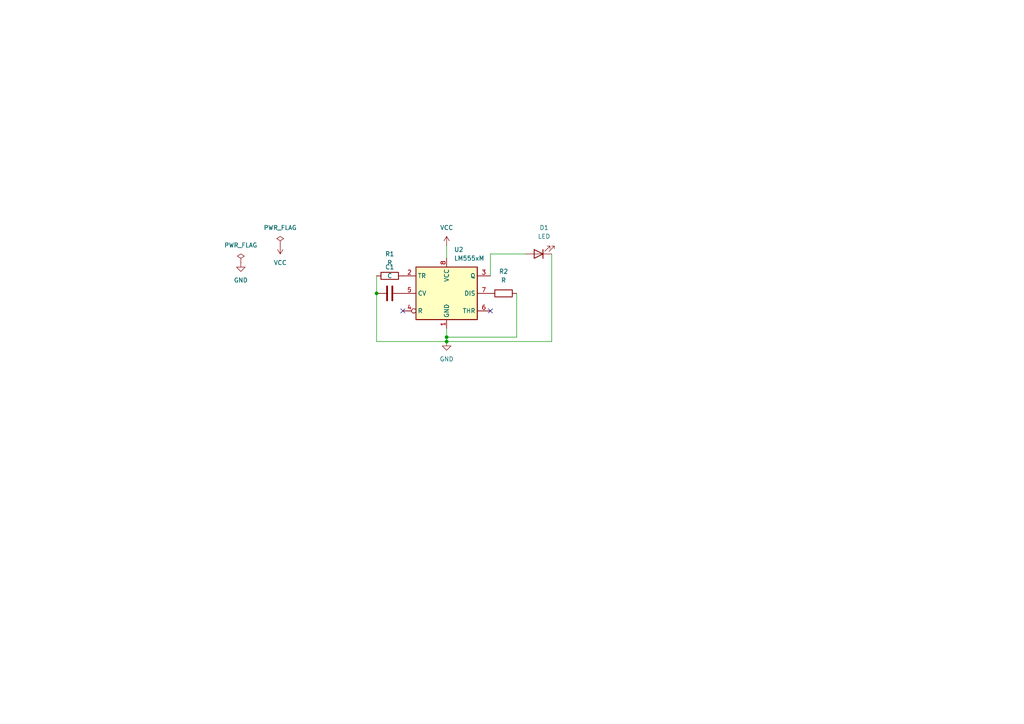
<source format=kicad_sch>
(kicad_sch (version 20250114) (generator "eeschema") (generator_version "9.0")
  (paper "A4")
  (lib_symbols
    (symbol "Device:C" (pin_numbers (hide yes)) (pin_names (offset 0.254))
      (property "Reference" "C" (at 0.635 2.54 0))
      (property "Value" "C" (at 0.635 -2.54 0))
      (symbol "C_0_1"
        (polyline (pts (xy -2.032 0.762) (xy 2.032 0.762)) (stroke (width 0.508)))
        (polyline (pts (xy -2.032 -0.762) (xy 2.032 -0.762)) (stroke (width 0.508)))
      )
      (symbol "C_1_1"
        (pin passive line (at 0 3.81 270) (length 2.794) (name "~") (number "1"))
        (pin passive line (at 0 -3.81 90) (length 2.794) (name "~") (number "2"))
      )
    )
    (symbol "Device:LED" (pin_numbers (hide yes)) (pin_names (offset 1.016) (hide yes))
      (property "Reference" "D" (at 0 2.54 0))
      (property "Value" "LED" (at 0 -2.54 0))
      (symbol "LED_0_1"
        (polyline (pts (xy -3.048 -0.762) (xy -4.572 -2.286) (xy -3.81 -2.286) (xy -4.572 -2.286) (xy -4.572 -1.524)))
        (polyline (pts (xy -1.778 -0.762) (xy -3.302 -2.286) (xy -2.54 -2.286) (xy -3.302 -2.286) (xy -3.302 -1.524)))
        (polyline (pts (xy -1.27 0) (xy 1.27 0)))
        (polyline (pts (xy -1.27 -1.27) (xy -1.27 1.27)) (stroke (width 0.254)))
        (polyline (pts (xy 1.27 -1.27) (xy 1.27 1.27) (xy -1.27 0) (xy 1.27 -1.27)) (stroke (width 0.254)))
      )
      (symbol "LED_1_1"
        (pin passive line (at -3.81 0 0) (length 2.54) (name "K") (number "1"))
        (pin passive line (at 3.81 0 180) (length 2.54) (name "A") (number "2"))
      )
    )
    (symbol "Device:R" (pin_numbers (hide yes)) (pin_names (offset 0))
      (property "Reference" "R" (at 2.032 0 90))
      (property "Value" "R" (at 0 0 90))
      (symbol "R_0_1"
        (rectangle (start -1.016 -2.54) (end 1.016 2.54) (stroke (width 0.254)))
      )
      (symbol "R_1_1"
        (pin passive line (at 0 3.81 270) (length 1.27) (name "~") (number "1"))
        (pin passive line (at 0 -3.81 90) (length 1.27) (name "~") (number "2"))
      )
    )
    (symbol "Timer:LM555xM"
      (property "Reference" "U" (at -10.16 8.89 0))
      (property "Value" "LM555xM" (at 2.54 8.89 0))
      (symbol "LM555xM_0_0"
        (pin power_in line (at 0 10.16 270) (length 2.54) (name "VCC") (number "8"))
        (pin power_in line (at 0 -10.16 90) (length 2.54) (name "GND") (number "1"))
      )
      (symbol "LM555xM_0_1"
        (rectangle (start -8.89 -7.62) (end 8.89 7.62) (stroke (width 0.254)) (fill (type background)))
        (rectangle (start -8.89 -7.62) (end 8.89 7.62) (stroke (width 0.254)) (fill (type background)))
      )
      (symbol "LM555xM_1_1"
        (pin input line (at -12.7 5.08 0) (length 3.81) (name "TR") (number "2"))
        (pin input line (at -12.7 0 0) (length 3.81) (name "CV") (number "5"))
        (pin input inverted (at -12.7 -5.08 0) (length 3.81) (name "R") (number "4"))
        (pin output line (at 12.7 5.08 180) (length 3.81) (name "Q") (number "3"))
        (pin input line (at 12.7 0 180) (length 3.81) (name "DIS") (number "7"))
        (pin input line (at 12.7 -5.08 180) (length 3.81) (name "THR") (number "6"))
      )
    )
    (symbol "power:GND" (power) (pin_numbers (hide yes)) (pin_names (offset 0) (hide yes))
      (property "Value" "GND" (at 0 -3.81 0))
      (symbol "GND_0_1"
        (polyline (pts (xy 0 0) (xy 0 -1.27) (xy 1.27 -1.27) (xy 0 -2.54) (xy -1.27 -1.27) (xy 0 -1.27)))
      )
      (symbol "GND_1_1"
        (pin power_in line (at 0 0 270) (length 0) (name "~") (number "1"))
      )
    )
    (symbol "power:PWR_FLAG" (power) (pin_numbers (hide yes)) (pin_names (offset 0) (hide yes))
      (property "Value" "PWR_FLAG" (at 0 3.81 0))
      (symbol "PWR_FLAG_0_0"
        (pin power_out line (at 0 0 90) (length 0) (name "~") (number "1"))
      )
      (symbol "PWR_FLAG_0_1"
        (polyline (pts (xy 0 0) (xy 0 1.27) (xy -1.016 1.905) (xy 0 2.54) (xy 1.016 1.905) (xy 0 1.27)))
      )
    )
    (symbol "power:VCC" (power) (pin_numbers (hide yes)) (pin_names (offset 0) (hide yes))
      (property "Value" "VCC" (at 0 3.556 0))
      (symbol "VCC_0_1"
        (polyline (pts (xy -0.762 1.27) (xy 0 2.54)))
        (polyline (pts (xy 0 2.54) (xy 0.762 1.27)))
        (polyline (pts (xy 0 0) (xy 0 2.54)))
      )
      (symbol "VCC_1_1"
        (pin power_in line (at 0 0 90) (length 0) (name "~") (number "1"))
      )
    )
  )
  (junction (at 109.22 85.09))
  (junction (at 129.54 97.79))
  (junction (at 129.54 99.06))
  (no_connect (at 142.24 90.17))
  (no_connect (at 116.84 90.17))
  (wire (pts (xy 149.86 97.79) (xy 129.54 97.79)))
  (wire (pts (xy 129.54 71.12) (xy 129.54 74.93)))
  (wire (pts (xy 109.22 80.01) (xy 109.22 85.09)))
  (wire (pts (xy 149.86 85.09) (xy 149.86 97.79)))
  (wire (pts (xy 152.4 73.66) (xy 142.24 73.66)))
  (wire (pts (xy 109.22 85.09) (xy 109.22 99.06)))
  (wire (pts (xy 142.24 73.66) (xy 142.24 80.01)))
  (wire (pts (xy 129.54 95.25) (xy 129.54 97.79)))
  (wire (pts (xy 160.02 99.06) (xy 160.02 73.66)))
  (wire (pts (xy 129.54 99.06) (xy 109.22 99.06)))
  (wire (pts (xy 129.54 99.06) (xy 160.02 99.06)))
  (wire (pts (xy 129.54 97.79) (xy 129.54 99.06)))
  (symbol (lib_id "Device:R") (at 113.03 80.01 90) (unit 1)
    (property "Reference" "R1" (at 113.03 73.66 90))
    (property "Value" "R" (at 113.03 76.2 90))
    (property "Footprint" "Resistor_THT:R_Axial_DIN0207_L6.3mm_D2.5mm_P7.62mm_Horizontal" (effects (hide yes)))
    (property "Description" "Resistor" (effects (hide yes)))
  )
  (symbol (lib_id "Device:LED") (at 156.21 73.66 180) (unit 1)
    (property "Reference" "D1" (at 157.7975 66.04 0))
    (property "Value" "LED" (at 157.7975 68.58 0))
    (property "Footprint" "LED_THT:LED_D5.0mm" (effects (hide yes)))
    (property "Description" "Light emitting diode" (effects (hide yes)))
    (property "Sim.Pins" "1=K 2=A" (effects (hide yes)))
  )
  (symbol (lib_id "power:GND") (at 69.85 76.2 0) (unit 1)
    (property "Reference" "#PWR04" (effects (hide yes)))
    (property "Value" "GND" (at 69.85 81.28 0))
    (property "Description" "Power symbol creates a global label with name \"GND\" , ground" (effects (hide yes)))
  )
  (symbol (lib_id "power:GND") (at 129.54 99.06 0) (unit 1)
    (property "Reference" "#PWR02" (effects (hide yes)))
    (property "Value" "GND" (at 129.54 104.14 0))
    (property "Description" "Power symbol creates a global label with name \"GND\" , ground" (effects (hide yes)))
  )
  (symbol (lib_id "Device:C") (at 113.03 85.09 90) (unit 1)
    (property "Reference" "C1" (at 113.03 77.47 90))
    (property "Value" "C" (at 113.03 80.01 90))
    (property "Footprint" "Capacitor_THT:C_Disc_D3.0mm_W1.6mm_P2.50mm" (effects (hide yes)))
    (property "Description" "Unpolarized capacitor" (effects (hide yes)))
  )
  (symbol (lib_id "power:VCC") (at 81.28 71.12 180) (unit 1)
    (property "Reference" "#PWR03" (effects (hide yes)))
    (property "Value" "VCC" (at 81.28 76.2 0))
    (property "Description" "Power symbol creates a global label with name \"VCC\"" (effects (hide yes)))
  )
  (symbol (lib_id "power:PWR_FLAG") (at 69.85 76.2 0) (unit 1)
    (property "Reference" "#FLG02" (effects (hide yes)))
    (property "Value" "PWR_FLAG" (at 69.85 71.12 0))
    (property "Description" "Special symbol for telling ERC where power comes from" (effects (hide yes)))
  )
  (symbol (lib_id "power:VCC") (at 129.54 71.12 0) (unit 1)
    (property "Reference" "#PWR01" (effects (hide yes)))
    (property "Value" "VCC" (at 129.54 66.04 0))
    (property "Description" "Power symbol creates a global label with name \"VCC\"" (effects (hide yes)))
  )
  (symbol (lib_id "power:PWR_FLAG") (at 81.28 71.12 0) (unit 1)
    (property "Reference" "#FLG01" (effects (hide yes)))
    (property "Value" "PWR_FLAG" (at 81.28 66.04 0))
    (property "Description" "Special symbol for telling ERC where power comes from" (effects (hide yes)))
  )
  (symbol (lib_id "Timer:LM555xM") (at 129.54 85.09 0) (unit 1)
    (property "Reference" "U2" (at 131.6833 72.39 0) (effects (justify left)))
    (property "Value" "LM555xM" (at 131.6833 74.93 0) (effects (justify left)))
    (property "Footprint" "Package_SO:SOIC-8_3.9x4.9mm_P1.27mm" (effects (hide yes)))
    (property "Datasheet" "http://www.ti.com/lit/ds/symlink/lm555.pdf" (effects (hide yes)))
    (property "Description" "Timer, 555 compatible, SOIC-8" (effects (hide yes)))
  )
  (symbol (lib_id "Device:R") (at 146.05 85.09 90) (unit 1)
    (property "Reference" "R2" (at 146.05 78.74 90))
    (property "Value" "R" (at 146.05 81.28 90))
    (property "Footprint" "Resistor_THT:R_Axial_DIN0207_L6.3mm_D2.5mm_P7.62mm_Horizontal" (effects (hide yes)))
    (property "Description" "Resistor" (effects (hide yes)))
  )
)
</source>
